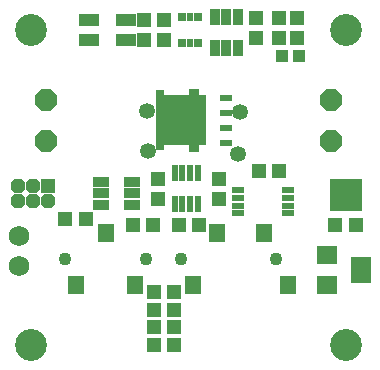
<source format=gts>
G75*
%MOIN*%
%OFA0B0*%
%FSLAX24Y24*%
%IPPOS*%
%LPD*%
%AMOC8*
5,1,8,0,0,1.08239X$1,22.5*
%
%ADD10C,0.1064*%
%ADD11R,0.0474X0.0513*%
%ADD12R,0.0237X0.0560*%
%ADD13R,0.0513X0.0474*%
%ADD14R,0.0564X0.0324*%
%ADD15R,0.0324X0.0564*%
%ADD16R,0.0277X0.0277*%
%ADD17R,0.0237X0.0316*%
%ADD18R,0.0403X0.0241*%
%ADD19R,0.1509X0.1679*%
%ADD20R,0.0320X0.0312*%
%ADD21R,0.0281X0.2049*%
%ADD22R,0.0671X0.0434*%
%ADD23R,0.0395X0.0395*%
%ADD24OC8,0.0730*%
%ADD25C,0.0434*%
%ADD26R,0.0552X0.0631*%
%ADD27R,0.0710X0.0592*%
%ADD28R,0.0710X0.0867*%
%ADD29R,0.0430X0.0245*%
%ADD30R,0.1064X0.1064*%
%ADD31R,0.0476X0.0476*%
%ADD32OC8,0.0476*%
%ADD33C,0.0680*%
%ADD34C,0.0530*%
D10*
X002150Y002150D03*
X002150Y012650D03*
X012650Y012650D03*
X012650Y002150D03*
D11*
X012315Y006150D03*
X012985Y006150D03*
X010422Y007963D03*
X009753Y007963D03*
X008431Y007703D03*
X008431Y007034D03*
X006400Y007034D03*
X006400Y007703D03*
X006235Y006150D03*
X005565Y006150D03*
X006253Y003931D03*
X006253Y003338D03*
X006253Y002744D03*
X006253Y002150D03*
X006922Y002150D03*
X006922Y002744D03*
X006922Y003338D03*
X006922Y003931D03*
X006610Y012338D03*
X006610Y012994D03*
X005940Y012994D03*
X005940Y012338D03*
D12*
X006954Y007884D03*
X007210Y007884D03*
X007465Y007884D03*
X007721Y007884D03*
X007721Y006853D03*
X007465Y006853D03*
X007210Y006853D03*
X006954Y006853D03*
D13*
X007097Y006150D03*
X007766Y006150D03*
X003985Y006369D03*
X003315Y006369D03*
X009650Y012378D03*
X009650Y013047D03*
X010431Y013047D03*
X011025Y013047D03*
X011025Y012378D03*
X010431Y012378D03*
D14*
X005541Y007587D03*
X005541Y007213D03*
X005541Y006838D03*
X004509Y006838D03*
X004509Y007213D03*
X004509Y007587D03*
D15*
X008307Y012072D03*
X008681Y012072D03*
X009055Y012072D03*
X009055Y013103D03*
X008681Y013103D03*
X008307Y013103D03*
D16*
X007738Y013083D03*
X007187Y013083D03*
X007187Y012217D03*
X007738Y012217D03*
D17*
X007463Y012217D03*
X007463Y013083D03*
D18*
X008656Y010400D03*
X008656Y009900D03*
X008656Y009400D03*
X008656Y008900D03*
D19*
X007273Y009650D03*
D20*
X007588Y008733D03*
X007588Y010567D03*
D21*
X006458Y009650D03*
D22*
X005323Y012315D03*
X005323Y012985D03*
X004102Y012985D03*
X004102Y012315D03*
D23*
X010521Y011806D03*
X011092Y011806D03*
D24*
X012150Y010339D03*
X012150Y008961D03*
X002650Y008961D03*
X002650Y010339D03*
D25*
X003311Y005025D03*
X005989Y005025D03*
X007181Y005025D03*
X010331Y005025D03*
D26*
X009937Y005891D03*
X010725Y004159D03*
X008363Y005891D03*
X007575Y004159D03*
X005634Y004159D03*
X004650Y005891D03*
X003666Y004159D03*
D27*
X012017Y004158D03*
X012017Y005142D03*
D28*
X013158Y004650D03*
D29*
X010730Y006547D03*
X010730Y006803D03*
X010730Y007059D03*
X010730Y007315D03*
X009070Y007315D03*
X009070Y007059D03*
X009070Y006803D03*
X009070Y006547D03*
D30*
X012650Y007150D03*
D31*
X002744Y007463D03*
D32*
X002244Y007463D03*
X002244Y006963D03*
X002744Y006963D03*
X001744Y006963D03*
X001744Y007463D03*
D33*
X001775Y005806D03*
X001775Y004806D03*
D34*
X006056Y008619D03*
X006025Y009963D03*
X009119Y009931D03*
X009056Y008525D03*
M02*

</source>
